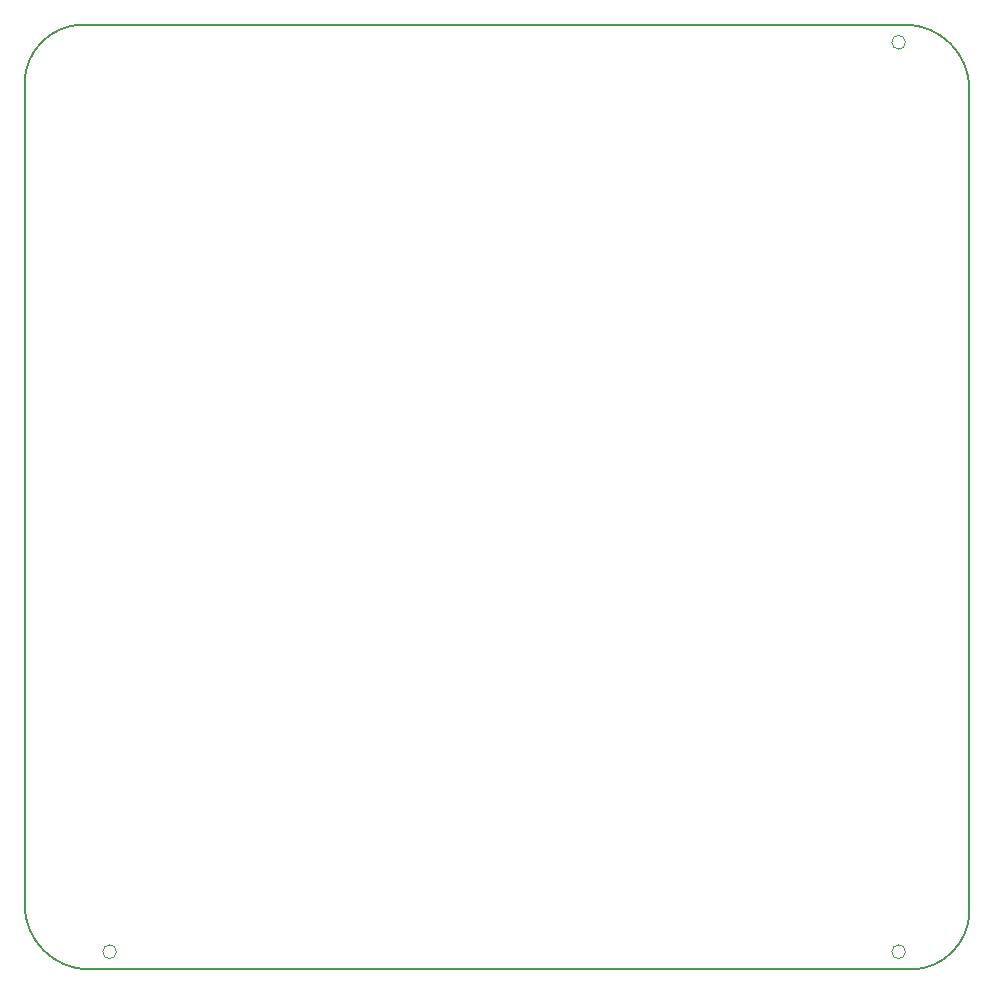
<source format=gbr>
G04 #@! TF.GenerationSoftware,KiCad,Pcbnew,7.0.11*
G04 #@! TF.CreationDate,2024-10-08T08:02:37-07:00*
G04 #@! TF.ProjectId,z5524,7a353532-342e-46b6-9963-61645f706362,0.4*
G04 #@! TF.SameCoordinates,PX3d83120PY6590fa0*
G04 #@! TF.FileFunction,Profile,NP*
%FSLAX46Y46*%
G04 Gerber Fmt 4.6, Leading zero omitted, Abs format (unit mm)*
G04 Created by KiCad (PCBNEW 7.0.11) date 2024-10-08 08:02:37*
%MOMM*%
%LPD*%
G01*
G04 APERTURE LIST*
G04 #@! TA.AperFunction,Profile*
%ADD10C,0.150000*%
G04 #@! TD*
G04 #@! TA.AperFunction,Profile*
%ADD11C,0.050000*%
G04 #@! TD*
G04 APERTURE END LIST*
D10*
X900000Y7100000D02*
G75*
G03*
X6400000Y1600000I5500000J0D01*
G01*
X75900000Y1600000D02*
G75*
G03*
X80900000Y6600000I0J5000000D01*
G01*
X75900000Y1600000D02*
X6400000Y1600000D01*
X5900000Y81600000D02*
G75*
G03*
X900000Y76600000I0J-5000000D01*
G01*
X80900000Y76100000D02*
G75*
G03*
X75400000Y81600000I-5500000J0D01*
G01*
X5900000Y81600000D02*
X75400000Y81600000D01*
X80900000Y6600000D02*
X80900000Y76100000D01*
X900000Y76600000D02*
X900000Y7100000D01*
D11*
X8676000Y3100000D02*
G75*
G03*
X7524000Y3100000I-576000J0D01*
G01*
X7524000Y3100000D02*
G75*
G03*
X8676000Y3100000I576000J0D01*
G01*
X75476000Y80100000D02*
G75*
G03*
X74324000Y80100000I-576000J0D01*
G01*
X74324000Y80100000D02*
G75*
G03*
X75476000Y80100000I576000J0D01*
G01*
X75476000Y3100000D02*
G75*
G03*
X74324000Y3100000I-576000J0D01*
G01*
X74324000Y3100000D02*
G75*
G03*
X75476000Y3100000I576000J0D01*
G01*
M02*

</source>
